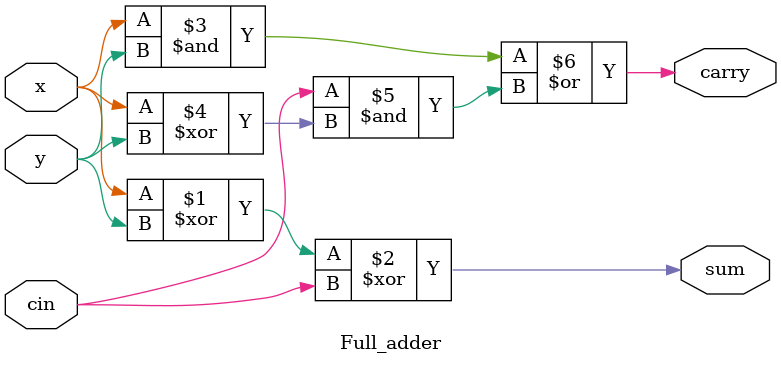
<source format=v>

module function_unit(FS, OpA, OpB, result, V, C, N, Z);
	input   [3:0] FS;				// Function Unit select code.
   input  [15:0] OpA;				// Function Unit operand A
   input  [15:0] OpB;				// Function Unit operand B
   output [15:0] result;		// Function Unit result
   output        V;				// Overflow status bit
   output        C;				// Carry-out status bit
   output        N;				// Negative status bit
   output        Z;				// Zero status bit

  wire [15:0]  wA;
  wire [15:0]  wB;    
  wire [15:0] carry;                              
  wire [15:0] arith;
  wire [15:0] logic; 
  wire N_A, N_L;
  wire Z_A, Z_L;

// Arithmetic  Function Unit
	arith_16_bit_8_by_1_mux MUX_A(wA, FS, OpA, OpA, OpA, ~OpA, 16'bx, 16'b0, 16'bx, ~OpA);
	arith_16_bit_8_by_1_mux MUX_B(wB, FS, OpB, ~OpB, 16'b0, OpB, 16'bx, ~OpB, 16'bx, 16'b0);

	Full_adder FA_1(arith[0], carry[0], wA[0], wB[0], FS[0]);    //FS 0 is the Carry in bit because functions that need a +1 have a FS 4 bit code ending in 1
	Full_adder FA_2(arith[1], carry[1], wA[1], wB[1], carry[0]);
	Full_adder FA_3(arith[2], carry[2], wA[2], wB[2], carry[1]);
	Full_adder FA_4(arith[3], carry[3], wA[3], wB[3], carry[2]);
	Full_adder FA_5(arith[4], carry[4], wA[4], wB[4], carry[3]);
	Full_adder FA_6(arith[5], carry[5], wA[5], wB[5], carry[4]);
	Full_adder FA_7(arith[6], carry[6], wA[6], wB[6], carry[5]);
	Full_adder FA_8(arith[7], carry[7], wA[7], wB[7], carry[6]);
	Full_adder FA_9(arith[8], carry[8], wA[8], wB[8], carry[7]);
	Full_adder FA_10(arith[9], carry[9], wA[9], wB[9], carry[8]);
	Full_adder FA_11(arith[10], carry[10], wA[10], wB[10], carry[9]);
	Full_adder FA_12(arith[11], carry[11], wA[11], wB[11], carry[10]);
	Full_adder FA_13(arith[12], carry[12], wA[12], wB[12], carry[11]);
	Full_adder FA_14(arith[13], carry[13], wA[13], wB[13], carry[12]);
	Full_adder FA_15(arith[14], carry[14], wA[14], wB[14], carry[13]);
	Full_adder FA_16(arith[15], carry[15], wA[15], wB[15], carry[14]);
	
// Logic Function Unit
	logic_16_bit_8_by_1_mux block0(logic, FS, (OpA & OpB), ~OpA, (OpA | OpB), ~OpB, {OpB[15],OpB[15],OpB[15],OpB[15],OpB[14:3]},(~(OpA | OpB)), {16'b0000000000000011 & OpB},16'bx );

	mux2_by_1_16bit a_orl(result, FS[3],arith,logic); 
	
// Status Bits
	assign V = (carry[15] ^ carry[14]);
	assign C = carry[15];
	
	assign N_A = arith[15];
	assign N_L = logic[15];
	
	
	assign Z_A = ~(arith[0] | arith[1] | arith[2] | arith[3] | arith[4] | arith[5] | arith[6] | arith[7] | arith[8] | arith[9] | arith[10] | arith[11] | arith[12] | arith[13] | arith[14] | arith[15]);
	assign Z_L = ~(logic[0] | logic[1] | logic[2] | logic[3] | logic[4] | logic[5] | logic[6] | logic[7] | logic[8] | logic[9] | logic[10] | logic[11] | logic[12] | logic[13] | logic[14] | logic[15]);

	mux2_by_1_1bit Zstatus(Z, FS[3], Z_A, Z_L);
	mux2_by_1_1bit Nstatus(N, FS[3], N_A, N_L);


endmodule

//Hardware for Function Unit

module mux2_by_1_16bit(out, in, sel0, sel1);
   input        in;
   input  [15:0] sel0;
   input  [15:0] sel1;
   output [15:0] out;
	
	assign out = (in == 1'b0) ? sel0 :
	             (in == 1'b1) ? sel1 : 16'bx;

endmodule

module mux2_by_1_1bit(out, in, sel0, sel1);
   input   in;
   input   sel0;
   input   sel1;
   output  out;
	
	assign out = (in == 1'b0) ? sel0 :
	             (in == 1'b1) ? sel1 : 1'bx;

endmodule 

module arith_16_bit_8_by_1_mux(outAB, in, sel0, sel1, sel2, sel3, sel4, sel5, sel6, sel7);
		input [3:0] in;
		input [15:0] sel0, sel1, sel2, sel3, sel4, sel5, sel6, sel7;
		output [15:0] outAB;
		
		assign outAB = (in == 4'b0000) ? sel0:  //ADDA_B
		               (in == 4'b0001) ? sel1:  //SUBA_B
		               (in == 4'b0010) ? sel2:  //MOVA 
		               (in == 4'b0011) ? sel3:  //SUBB_A
		               (in == 4'b0100) ? sel4:	 //DC
		               (in == 4'b0101) ? sel5:	 //NEGB
		               (in == 4'b0110) ? sel6:	 //DC
		               (in == 4'b0111) ? sel7:  //NEGA
													16'bx;
endmodule
			
module logic_16_bit_8_by_1_mux(outAB, in, sel0, sel1, sel2, sel3, sel4, sel5, sel6, sel7);
		input [3:0] in;
		input [15:0] sel0, sel1, sel2, sel3, sel4, sel5, sel6, sel7;
		output [15:0] outAB;
		
		assign outAB = (in == 4'b1000) ? sel0:   //ANDA_B
		               (in == 4'b1001) ? sel1:   //NOTA
		               (in == 4'b1010) ? sel2:   //ORA_B
		               (in == 4'b1011) ? sel3:   //NOTB
		               (in == 4'b1100) ? sel4:   //DIV8
		               (in == 4'b1101) ? sel5:   //NORA_B
		               (in == 4'b1110) ? sel6:	  //MOD4_B
		               (in == 4'b1111) ? sel7:   //DC
													16'bx; 

endmodule	

module Full_adder (sum,carry,x,y,cin);
	input x,y,cin;
	output sum, carry;
	assign sum = x^y^cin;
	assign carry = x&y |(cin & (x^y));
endmodule	 

</source>
